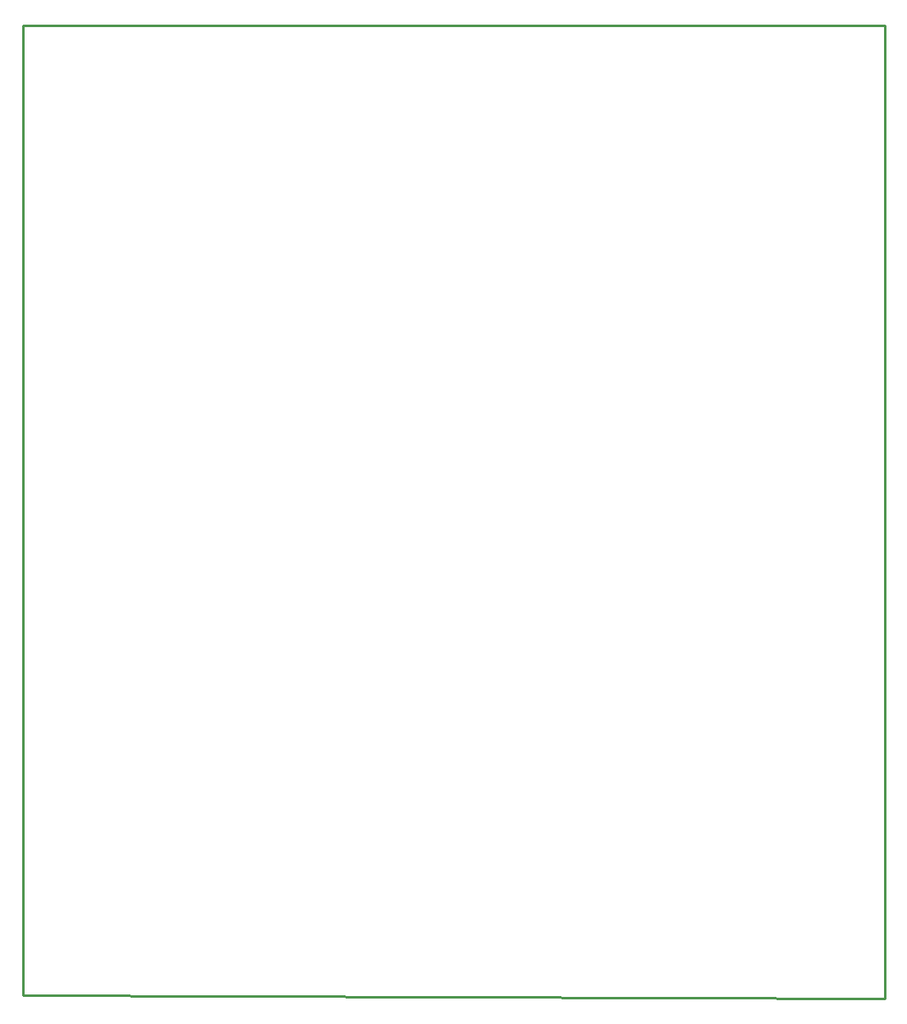
<source format=gko>
G04 Layer: BoardOutlineLayer*
G04 EasyEDA v6.5.14, 2022-08-24 14:40:41*
G04 9da48f2711ed4ad3adc4a7d986b87d78,bf633cf64d8a430dba0ab8f24d4e683d,10*
G04 Gerber Generator version 0.2*
G04 Scale: 100 percent, Rotated: No, Reflected: No *
G04 Dimensions in millimeters *
G04 leading zeros omitted , absolute positions ,4 integer and 5 decimal *
%FSLAX45Y45*%
%MOMM*%

%ADD10C,0.2540*%
D10*
X0Y0D02*
G01*
X8890000Y0D01*
X8890000Y-10033000D01*
X0Y-9999979D01*
X0Y0D01*

%LPD*%
M02*

</source>
